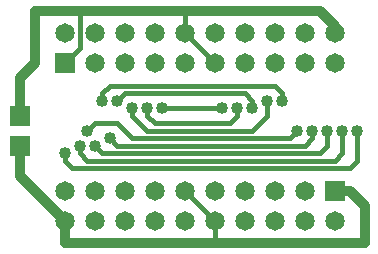
<source format=gtl>
G75*
G70*
%OFA0B0*%
%FSLAX24Y24*%
%IPPOS*%
%LPD*%
%AMOC8*
5,1,8,0,0,1.08239X$1,22.5*
%
%ADD10R,0.0650X0.0650*%
%ADD11C,0.0650*%
%ADD12R,0.0709X0.0709*%
%ADD13C,0.0400*%
%ADD14C,0.0160*%
%ADD15C,0.0320*%
D10*
X007625Y009375D03*
X016625Y005125D03*
D11*
X015625Y005125D03*
X014625Y005125D03*
X013625Y005125D03*
X012625Y005125D03*
X011625Y005125D03*
X010625Y005125D03*
X009625Y005125D03*
X008625Y005125D03*
X007625Y005125D03*
X007625Y004125D03*
X008625Y004125D03*
X009625Y004125D03*
X010625Y004125D03*
X011625Y004125D03*
X012625Y004125D03*
X013625Y004125D03*
X014625Y004125D03*
X015625Y004125D03*
X016625Y004125D03*
X016625Y009375D03*
X015625Y009375D03*
X014625Y009375D03*
X013625Y009375D03*
X012625Y009375D03*
X011625Y009375D03*
X010625Y009375D03*
X009625Y009375D03*
X008625Y009375D03*
X008625Y010375D03*
X007625Y010375D03*
X009625Y010375D03*
X010625Y010375D03*
X011625Y010375D03*
X012625Y010375D03*
X013625Y010375D03*
X014625Y010375D03*
X015625Y010375D03*
X016625Y010375D03*
D12*
X006125Y007625D03*
X006125Y006625D03*
D13*
X007625Y006375D03*
X008125Y006625D03*
X008625Y006625D03*
X009125Y006875D03*
X008375Y007125D03*
X009875Y007875D03*
X010375Y007875D03*
X010875Y007875D03*
X009375Y008125D03*
X008875Y008125D03*
X012875Y007875D03*
X013375Y007875D03*
X013875Y007875D03*
X014375Y008125D03*
X014875Y008125D03*
X015375Y007125D03*
X015875Y007125D03*
X016375Y007125D03*
X016875Y007125D03*
X017375Y007125D03*
D14*
X017375Y006125D01*
X017125Y005875D01*
X007875Y005875D01*
X007625Y006125D01*
X007625Y006375D01*
X008125Y006375D02*
X008125Y006625D01*
X008125Y006375D02*
X008375Y006125D01*
X016625Y006125D01*
X016875Y006375D01*
X016875Y007125D01*
X016375Y007125D02*
X016375Y006625D01*
X016125Y006375D01*
X008875Y006375D01*
X008625Y006625D01*
X009125Y006875D02*
X009375Y006625D01*
X015625Y006625D01*
X015875Y006875D01*
X015875Y007125D01*
X015375Y007125D02*
X015125Y006875D01*
X009875Y006875D01*
X009375Y007375D01*
X008625Y007375D01*
X008375Y007125D01*
X009875Y007625D02*
X009875Y007875D01*
X009875Y007625D02*
X010375Y007125D01*
X013875Y007125D01*
X014375Y007625D01*
X014375Y008125D01*
X013875Y008125D02*
X013875Y007875D01*
X013875Y008125D02*
X013625Y008375D01*
X009625Y008375D01*
X009375Y008125D01*
X008875Y008125D02*
X008875Y008375D01*
X009125Y008625D01*
X014625Y008625D01*
X014875Y008375D01*
X014875Y008125D01*
X013375Y007875D02*
X013375Y007625D01*
X013125Y007375D01*
X010625Y007375D01*
X010375Y007625D01*
X010375Y007875D01*
X010875Y007875D02*
X012875Y007875D01*
X012625Y009375D02*
X011625Y010375D01*
X011625Y011125D01*
X008125Y011125D02*
X008125Y009875D01*
X007625Y009375D01*
X011625Y005125D02*
X012625Y004125D01*
X012625Y003375D01*
D15*
X007625Y004125D02*
X006125Y005625D01*
X006125Y006625D01*
X006125Y007625D02*
X006125Y008875D01*
X006625Y009375D01*
X006625Y011125D01*
X008125Y011125D01*
X011625Y011125D01*
X016125Y011125D01*
X016625Y010625D01*
X016625Y010375D01*
X016625Y005125D02*
X017125Y005125D01*
X017625Y004625D01*
X017625Y003375D01*
X012625Y003375D01*
X007625Y003375D01*
X007625Y004125D01*
M02*

</source>
